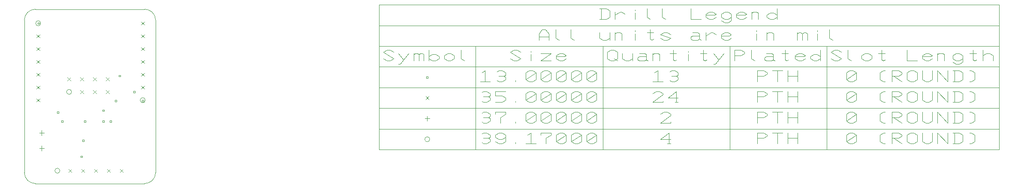
<source format=gbr>
G04 Generated by Ultiboard 13.0 *
%FSLAX25Y25*%
%MOIN*%

%ADD10C,0.00001*%
%ADD11C,0.00039*%
%ADD12C,0.00394*%
%ADD13C,0.00004*%


G04 ColorRGB 000000 for the following layer *
%LNDrill Symbols-Copper Top-Copper Bottom*%
%LPD*%
G54D11*
X13500Y36650D02*
X13500Y40350D01*
X11650Y38500D02*
X15350Y38500D01*
X11650Y26500D02*
X15350Y26500D01*
X13500Y24650D02*
X13500Y28350D01*
X44388Y7763D02*
X46863Y10237D01*
X44388Y10237D02*
X46863Y7763D01*
X54388Y10237D02*
X56863Y7763D01*
X54388Y7763D02*
X56863Y10237D01*
X64388Y7763D02*
X66863Y10237D01*
X64388Y10237D02*
X66863Y7763D01*
X23667Y9000D02*
G75*
D01*
G02X23667Y9000I1958J0*
G01*
X34388Y7763D02*
X36863Y10237D01*
X34388Y10237D02*
X36863Y7763D01*
X74388Y10237D02*
X76863Y7763D01*
X74388Y7763D02*
X76863Y10237D01*
X9513Y65237D02*
X11987Y62763D01*
X9513Y62763D02*
X11987Y65237D01*
X9513Y75237D02*
X11987Y72763D01*
X9513Y72763D02*
X11987Y75237D01*
X9513Y82763D02*
X11987Y85237D01*
X9513Y85237D02*
X11987Y82763D01*
X9513Y95237D02*
X11987Y92763D01*
X9513Y92763D02*
X11987Y95237D01*
X9513Y102763D02*
X11987Y105237D01*
X9513Y105237D02*
X11987Y102763D01*
X9513Y115237D02*
X11987Y112763D01*
X9513Y112763D02*
X11987Y115237D01*
X8792Y124000D02*
G75*
D01*
G02X8792Y124000I1958J0*
G01*
X46350Y46850D02*
X47650Y46850D01*
X47650Y48150D01*
X46350Y48150D01*
X46350Y46850D01*
X25350Y53850D02*
X26650Y53850D01*
X26650Y55150D01*
X25350Y55150D01*
X25350Y53850D01*
X91350Y62975D02*
X92650Y62975D01*
X92650Y64275D01*
X91350Y64275D01*
X91350Y62975D01*
X45208Y31850D02*
X46508Y31850D01*
X46508Y33150D01*
X45208Y33150D01*
X45208Y31850D01*
X73350Y82350D02*
X74650Y82350D01*
X74650Y83650D01*
X73350Y83650D01*
X73350Y82350D01*
X70350Y62850D02*
X71650Y62850D01*
X71650Y64150D01*
X70350Y64150D01*
X70350Y62850D01*
X28850Y46850D02*
X30150Y46850D01*
X30150Y48150D01*
X28850Y48150D01*
X28850Y46850D01*
X43850Y19350D02*
X45150Y19350D01*
X45150Y20650D01*
X43850Y20650D01*
X43850Y19350D01*
X60850Y46850D02*
X62150Y46850D01*
X62150Y48150D01*
X60850Y48150D01*
X60850Y46850D01*
X60850Y55350D02*
X62150Y55350D01*
X62150Y56650D01*
X60850Y56650D01*
X60850Y55350D01*
X66350Y46850D02*
X67650Y46850D01*
X67650Y48150D01*
X66350Y48150D01*
X66350Y46850D01*
X10350Y123350D02*
X11650Y123350D01*
X11650Y124650D01*
X10350Y124650D01*
X10350Y123350D01*
X84850Y69850D02*
X86150Y69850D01*
X86150Y71150D01*
X84850Y71150D01*
X84850Y69850D01*
X90763Y112763D02*
X93237Y115237D01*
X90763Y115237D02*
X93237Y112763D01*
X90042Y64000D02*
G75*
D01*
G02X90042Y64000I1958J0*
G01*
X90763Y72763D02*
X93237Y75237D01*
X90763Y75237D02*
X93237Y72763D01*
X90763Y105237D02*
X93237Y102763D01*
X90763Y102763D02*
X93237Y105237D01*
X90763Y92763D02*
X93237Y95237D01*
X90763Y95237D02*
X93237Y92763D01*
X90763Y82763D02*
X93237Y85237D01*
X90763Y85237D02*
X93237Y82763D01*
X90763Y125237D02*
X93237Y122763D01*
X90763Y122763D02*
X93237Y125237D01*
X32792Y70500D02*
G75*
D01*
G02X32792Y70500I1958J0*
G01*
X53513Y71737D02*
X55987Y69263D01*
X53513Y69263D02*
X55987Y71737D01*
X63513Y79263D02*
X65987Y81737D01*
X63513Y81737D02*
X65987Y79263D01*
X43513Y71737D02*
X45987Y69263D01*
X43513Y69263D02*
X45987Y71737D01*
X43513Y79263D02*
X45987Y81737D01*
X43513Y81737D02*
X45987Y79263D01*
X53513Y79263D02*
X55987Y81737D01*
X53513Y81737D02*
X55987Y79263D01*
X63513Y71737D02*
X65987Y69263D01*
X63513Y69263D02*
X65987Y71737D01*
X33513Y81737D02*
X35987Y79263D01*
X33513Y79263D02*
X35987Y81737D01*
X311209Y33547D02*
G75*
D01*
G02X311209Y33547I1958J0*
G01*
X311317Y49689D02*
X315017Y49689D01*
X313167Y47839D02*
X313167Y51539D01*
X311930Y64593D02*
X314405Y67068D01*
X311930Y67068D02*
X314405Y64593D01*
X312517Y81322D02*
X313817Y81322D01*
X313817Y82622D01*
X312517Y82622D01*
X312517Y81322D01*
G54D12*
X355556Y37765D02*
X356868Y38609D01*
X359493Y38609D01*
X362117Y36922D01*
X362117Y35235D01*
X360805Y34391D01*
X362117Y33547D01*
X362117Y31860D01*
X359493Y30173D01*
X356868Y30173D01*
X355556Y31016D01*
X356868Y34391D02*
X360805Y34391D01*
X366054Y31860D02*
X368679Y30173D01*
X371304Y30173D01*
X373929Y31860D01*
X373929Y35235D01*
X373929Y36922D01*
X371304Y38609D01*
X368679Y38609D01*
X366054Y36922D01*
X366054Y35235D01*
X368679Y33547D01*
X371304Y33547D01*
X373929Y35235D01*
X381803Y30173D02*
X381803Y31016D01*
X390989Y36922D02*
X393614Y38609D01*
X393614Y30173D01*
X389677Y30173D02*
X397551Y30173D01*
X405425Y30173D02*
X405425Y34391D01*
X409362Y36922D01*
X409362Y38609D01*
X401488Y38609D01*
X401488Y36922D01*
X413299Y36922D02*
X415923Y38609D01*
X418548Y38609D01*
X421173Y36922D01*
X421173Y31860D01*
X418548Y30173D01*
X415923Y30173D01*
X413299Y31860D01*
X413299Y36922D01*
X421173Y36922D02*
X413299Y31860D01*
X425110Y36922D02*
X427734Y38609D01*
X430359Y38609D01*
X432984Y36922D01*
X432984Y31860D01*
X430359Y30173D01*
X427734Y30173D01*
X425110Y31860D01*
X425110Y36922D01*
X432984Y36922D02*
X425110Y31860D01*
X436921Y36922D02*
X439545Y38609D01*
X442170Y38609D01*
X444795Y36922D01*
X444795Y31860D01*
X442170Y30173D01*
X439545Y30173D01*
X436921Y31860D01*
X436921Y36922D01*
X444795Y36922D02*
X436921Y31860D01*
X502275Y33547D02*
X494401Y33547D01*
X500963Y38609D01*
X500963Y30173D01*
X499650Y30173D02*
X502275Y30173D01*
X569598Y30173D02*
X569598Y38609D01*
X574847Y38609D01*
X577472Y36922D01*
X577472Y36078D01*
X574847Y34391D01*
X569598Y34391D01*
X585346Y30173D02*
X585346Y38609D01*
X581409Y38609D02*
X589283Y38609D01*
X593220Y30173D02*
X593220Y38609D01*
X601094Y30173D02*
X601094Y38609D01*
X593220Y34391D02*
X601094Y34391D01*
X638889Y36922D02*
X641514Y38609D01*
X644138Y38609D01*
X646763Y36922D01*
X646763Y31860D01*
X644138Y30173D01*
X641514Y30173D01*
X638889Y31860D01*
X638889Y36922D01*
X646763Y36922D02*
X638889Y31860D01*
X669073Y30173D02*
X667761Y30173D01*
X665136Y31860D01*
X665136Y36922D01*
X667761Y38609D01*
X669073Y38609D01*
X674322Y30173D02*
X674322Y38609D01*
X679572Y38609D01*
X682196Y36922D01*
X682196Y36078D01*
X679572Y34391D01*
X674322Y34391D01*
X675635Y34391D02*
X682196Y30173D01*
X686133Y31860D02*
X688758Y30173D01*
X691383Y30173D01*
X694007Y31860D01*
X694007Y36922D01*
X691383Y38609D01*
X688758Y38609D01*
X686133Y36922D01*
X686133Y31860D01*
X697944Y38609D02*
X697944Y31860D01*
X700569Y30173D01*
X703194Y30173D01*
X705818Y31860D01*
X705818Y38609D01*
X709755Y30173D02*
X709755Y38609D01*
X717629Y30173D01*
X717629Y38609D01*
X721566Y30173D02*
X726816Y30173D01*
X729440Y31860D01*
X729440Y36922D01*
X726816Y38609D01*
X721566Y38609D01*
X722879Y38609D02*
X722879Y30173D01*
X734690Y38609D02*
X736002Y38609D01*
X738627Y36922D01*
X738627Y31860D01*
X736002Y30173D01*
X734690Y30173D01*
X355556Y53907D02*
X356868Y54751D01*
X359493Y54751D01*
X362117Y53064D01*
X362117Y51376D01*
X360805Y50533D01*
X362117Y49689D01*
X362117Y48002D01*
X359493Y46314D01*
X356868Y46314D01*
X355556Y47158D01*
X356868Y50533D02*
X360805Y50533D01*
X369991Y46314D02*
X369991Y50533D01*
X373929Y53064D01*
X373929Y54751D01*
X366054Y54751D01*
X366054Y53064D01*
X381803Y46314D02*
X381803Y47158D01*
X389677Y53064D02*
X392301Y54751D01*
X394926Y54751D01*
X397551Y53064D01*
X397551Y48002D01*
X394926Y46314D01*
X392301Y46314D01*
X389677Y48002D01*
X389677Y53064D01*
X397551Y53064D02*
X389677Y48002D01*
X401488Y53064D02*
X404112Y54751D01*
X406737Y54751D01*
X409362Y53064D01*
X409362Y48002D01*
X406737Y46314D01*
X404112Y46314D01*
X401488Y48002D01*
X401488Y53064D01*
X409362Y53064D02*
X401488Y48002D01*
X413299Y53064D02*
X415923Y54751D01*
X418548Y54751D01*
X421173Y53064D01*
X421173Y48002D01*
X418548Y46314D01*
X415923Y46314D01*
X413299Y48002D01*
X413299Y53064D01*
X421173Y53064D02*
X413299Y48002D01*
X425110Y53064D02*
X427734Y54751D01*
X430359Y54751D01*
X432984Y53064D01*
X432984Y48002D01*
X430359Y46314D01*
X427734Y46314D01*
X425110Y48002D01*
X425110Y53064D01*
X432984Y53064D02*
X425110Y48002D01*
X436921Y53064D02*
X439545Y54751D01*
X442170Y54751D01*
X444795Y53064D01*
X444795Y48002D01*
X442170Y46314D01*
X439545Y46314D01*
X436921Y48002D01*
X436921Y53064D01*
X444795Y53064D02*
X436921Y48002D01*
X494401Y53064D02*
X497026Y54751D01*
X499650Y54751D01*
X502275Y53064D01*
X502275Y52220D01*
X494401Y46314D01*
X502275Y46314D01*
X502275Y47158D01*
X569598Y46314D02*
X569598Y54751D01*
X574847Y54751D01*
X577472Y53064D01*
X577472Y52220D01*
X574847Y50533D01*
X569598Y50533D01*
X585346Y46314D02*
X585346Y54751D01*
X581409Y54751D02*
X589283Y54751D01*
X593220Y46314D02*
X593220Y54751D01*
X601094Y46314D02*
X601094Y54751D01*
X593220Y50533D02*
X601094Y50533D01*
X638889Y53064D02*
X641514Y54751D01*
X644138Y54751D01*
X646763Y53064D01*
X646763Y48002D01*
X644138Y46314D01*
X641514Y46314D01*
X638889Y48002D01*
X638889Y53064D01*
X646763Y53064D02*
X638889Y48002D01*
X669073Y46314D02*
X667761Y46314D01*
X665136Y48002D01*
X665136Y53064D01*
X667761Y54751D01*
X669073Y54751D01*
X674322Y46314D02*
X674322Y54751D01*
X679572Y54751D01*
X682196Y53064D01*
X682196Y52220D01*
X679572Y50533D01*
X674322Y50533D01*
X675635Y50533D02*
X682196Y46314D01*
X686133Y48002D02*
X688758Y46314D01*
X691383Y46314D01*
X694007Y48002D01*
X694007Y53064D01*
X691383Y54751D01*
X688758Y54751D01*
X686133Y53064D01*
X686133Y48002D01*
X697944Y54751D02*
X697944Y48002D01*
X700569Y46314D01*
X703194Y46314D01*
X705818Y48002D01*
X705818Y54751D01*
X709755Y46314D02*
X709755Y54751D01*
X717629Y46314D01*
X717629Y54751D01*
X721566Y46314D02*
X726816Y46314D01*
X729440Y48002D01*
X729440Y53064D01*
X726816Y54751D01*
X721566Y54751D01*
X722879Y54751D02*
X722879Y46314D01*
X734690Y54751D02*
X736002Y54751D01*
X738627Y53064D01*
X738627Y48002D01*
X736002Y46314D01*
X734690Y46314D01*
X355556Y70049D02*
X356868Y70893D01*
X359493Y70893D01*
X362117Y69205D01*
X362117Y67518D01*
X360805Y66674D01*
X362117Y65831D01*
X362117Y64143D01*
X359493Y62456D01*
X356868Y62456D01*
X355556Y63300D01*
X356868Y66674D02*
X360805Y66674D01*
X373929Y70893D02*
X366054Y70893D01*
X366054Y67518D01*
X371304Y67518D01*
X373929Y65831D01*
X373929Y64143D01*
X371304Y62456D01*
X366054Y62456D01*
X381803Y62456D02*
X381803Y63300D01*
X389677Y69205D02*
X392301Y70893D01*
X394926Y70893D01*
X397551Y69205D01*
X397551Y64143D01*
X394926Y62456D01*
X392301Y62456D01*
X389677Y64143D01*
X389677Y69205D01*
X397551Y69205D02*
X389677Y64143D01*
X401488Y69205D02*
X404112Y70893D01*
X406737Y70893D01*
X409362Y69205D01*
X409362Y64143D01*
X406737Y62456D01*
X404112Y62456D01*
X401488Y64143D01*
X401488Y69205D01*
X409362Y69205D02*
X401488Y64143D01*
X413299Y69205D02*
X415923Y70893D01*
X418548Y70893D01*
X421173Y69205D01*
X421173Y64143D01*
X418548Y62456D01*
X415923Y62456D01*
X413299Y64143D01*
X413299Y69205D01*
X421173Y69205D02*
X413299Y64143D01*
X425110Y69205D02*
X427734Y70893D01*
X430359Y70893D01*
X432984Y69205D01*
X432984Y64143D01*
X430359Y62456D01*
X427734Y62456D01*
X425110Y64143D01*
X425110Y69205D01*
X432984Y69205D02*
X425110Y64143D01*
X436921Y69205D02*
X439545Y70893D01*
X442170Y70893D01*
X444795Y69205D01*
X444795Y64143D01*
X442170Y62456D01*
X439545Y62456D01*
X436921Y64143D01*
X436921Y69205D01*
X444795Y69205D02*
X436921Y64143D01*
X488495Y69205D02*
X491120Y70893D01*
X493745Y70893D01*
X496369Y69205D01*
X496369Y68362D01*
X488495Y62456D01*
X496369Y62456D01*
X496369Y63300D01*
X508180Y65831D02*
X500306Y65831D01*
X506868Y70893D01*
X506868Y62456D01*
X505556Y62456D02*
X508180Y62456D01*
X569598Y62456D02*
X569598Y70893D01*
X574847Y70893D01*
X577472Y69205D01*
X577472Y68362D01*
X574847Y66674D01*
X569598Y66674D01*
X585346Y62456D02*
X585346Y70893D01*
X581409Y70893D02*
X589283Y70893D01*
X593220Y62456D02*
X593220Y70893D01*
X601094Y62456D02*
X601094Y70893D01*
X593220Y66674D02*
X601094Y66674D01*
X638889Y69205D02*
X641514Y70893D01*
X644138Y70893D01*
X646763Y69205D01*
X646763Y64143D01*
X644138Y62456D01*
X641514Y62456D01*
X638889Y64143D01*
X638889Y69205D01*
X646763Y69205D02*
X638889Y64143D01*
X669073Y62456D02*
X667761Y62456D01*
X665136Y64143D01*
X665136Y69205D01*
X667761Y70893D01*
X669073Y70893D01*
X674322Y62456D02*
X674322Y70893D01*
X679572Y70893D01*
X682196Y69205D01*
X682196Y68362D01*
X679572Y66674D01*
X674322Y66674D01*
X675635Y66674D02*
X682196Y62456D01*
X686133Y64143D02*
X688758Y62456D01*
X691383Y62456D01*
X694007Y64143D01*
X694007Y69205D01*
X691383Y70893D01*
X688758Y70893D01*
X686133Y69205D01*
X686133Y64143D01*
X697944Y70893D02*
X697944Y64143D01*
X700569Y62456D01*
X703194Y62456D01*
X705818Y64143D01*
X705818Y70893D01*
X709755Y62456D02*
X709755Y70893D01*
X717629Y62456D01*
X717629Y70893D01*
X721566Y62456D02*
X726816Y62456D01*
X729440Y64143D01*
X729440Y69205D01*
X726816Y70893D01*
X721566Y70893D01*
X722879Y70893D02*
X722879Y62456D01*
X734690Y70893D02*
X736002Y70893D01*
X738627Y69205D01*
X738627Y64143D01*
X736002Y62456D01*
X734690Y62456D01*
X355556Y85347D02*
X358180Y87034D01*
X358180Y78598D01*
X354243Y78598D02*
X362117Y78598D01*
X367367Y86191D02*
X368679Y87034D01*
X371304Y87034D01*
X373929Y85347D01*
X373929Y83660D01*
X372616Y82816D01*
X373929Y81972D01*
X373929Y80285D01*
X371304Y78598D01*
X368679Y78598D01*
X367367Y79442D01*
X368679Y82816D02*
X372616Y82816D01*
X381803Y78598D02*
X381803Y79442D01*
X389677Y85347D02*
X392301Y87034D01*
X394926Y87034D01*
X397551Y85347D01*
X397551Y80285D01*
X394926Y78598D01*
X392301Y78598D01*
X389677Y80285D01*
X389677Y85347D01*
X397551Y85347D02*
X389677Y80285D01*
X401488Y85347D02*
X404112Y87034D01*
X406737Y87034D01*
X409362Y85347D01*
X409362Y80285D01*
X406737Y78598D01*
X404112Y78598D01*
X401488Y80285D01*
X401488Y85347D01*
X409362Y85347D02*
X401488Y80285D01*
X413299Y85347D02*
X415923Y87034D01*
X418548Y87034D01*
X421173Y85347D01*
X421173Y80285D01*
X418548Y78598D01*
X415923Y78598D01*
X413299Y80285D01*
X413299Y85347D01*
X421173Y85347D02*
X413299Y80285D01*
X425110Y85347D02*
X427734Y87034D01*
X430359Y87034D01*
X432984Y85347D01*
X432984Y80285D01*
X430359Y78598D01*
X427734Y78598D01*
X425110Y80285D01*
X425110Y85347D01*
X432984Y85347D02*
X425110Y80285D01*
X436921Y85347D02*
X439545Y87034D01*
X442170Y87034D01*
X444795Y85347D01*
X444795Y80285D01*
X442170Y78598D01*
X439545Y78598D01*
X436921Y80285D01*
X436921Y85347D01*
X444795Y85347D02*
X436921Y80285D01*
X489808Y85347D02*
X492432Y87034D01*
X492432Y78598D01*
X488495Y78598D02*
X496369Y78598D01*
X501619Y86191D02*
X502931Y87034D01*
X505556Y87034D01*
X508180Y85347D01*
X508180Y83660D01*
X506868Y82816D01*
X508180Y81972D01*
X508180Y80285D01*
X505556Y78598D01*
X502931Y78598D01*
X501619Y79442D01*
X502931Y82816D02*
X506868Y82816D01*
X569598Y78598D02*
X569598Y87034D01*
X574847Y87034D01*
X577472Y85347D01*
X577472Y84503D01*
X574847Y82816D01*
X569598Y82816D01*
X585346Y78598D02*
X585346Y87034D01*
X581409Y87034D02*
X589283Y87034D01*
X593220Y78598D02*
X593220Y87034D01*
X601094Y78598D02*
X601094Y87034D01*
X593220Y82816D02*
X601094Y82816D01*
X638889Y85347D02*
X641514Y87034D01*
X644138Y87034D01*
X646763Y85347D01*
X646763Y80285D01*
X644138Y78598D01*
X641514Y78598D01*
X638889Y80285D01*
X638889Y85347D01*
X646763Y85347D02*
X638889Y80285D01*
X669073Y78598D02*
X667761Y78598D01*
X665136Y80285D01*
X665136Y85347D01*
X667761Y87034D01*
X669073Y87034D01*
X674322Y78598D02*
X674322Y87034D01*
X679572Y87034D01*
X682196Y85347D01*
X682196Y84503D01*
X679572Y82816D01*
X674322Y82816D01*
X675635Y82816D02*
X682196Y78598D01*
X686133Y80285D02*
X688758Y78598D01*
X691383Y78598D01*
X694007Y80285D01*
X694007Y85347D01*
X691383Y87034D01*
X688758Y87034D01*
X686133Y85347D01*
X686133Y80285D01*
X697944Y87034D02*
X697944Y80285D01*
X700569Y78598D01*
X703194Y78598D01*
X705818Y80285D01*
X705818Y87034D01*
X709755Y78598D02*
X709755Y87034D01*
X717629Y78598D01*
X717629Y87034D01*
X721566Y78598D02*
X726816Y78598D01*
X729440Y80285D01*
X729440Y85347D01*
X726816Y87034D01*
X721566Y87034D01*
X722879Y87034D02*
X722879Y78598D01*
X734690Y87034D02*
X736002Y87034D01*
X738627Y85347D01*
X738627Y80285D01*
X736002Y78598D01*
X734690Y78598D01*
G04 ColorRGB 00FFFF for the following layer *
%LNBoard Outline*%
%LPD*%
G54D10*
G54D13*
X0Y126485D02*
X0Y7515D01*
G75*
D01*
G03X8515Y-1000I8515J0*
G01*
X93485Y-1000D01*
G75*
D01*
G03X102000Y7515I0J8515*
G01*
X102000Y126485D01*
G74*
D01*
G03X93485Y135000I8515J0*
G01*
X8515Y135000D01*
G75*
D01*
G03X0Y126485I0J-8515*
G01*
G04 ColorRGB 66FFCC for the following layer *
%LNLegend Description*%
%LPD*%
G54D12*
X275569Y25476D02*
X757852Y25476D01*
X757852Y138469D01*
X275569Y138469D01*
X275569Y25476D01*
X350766Y106185D02*
X350766Y25476D01*
X449585Y106185D02*
X449585Y25476D01*
X548404Y106185D02*
X548404Y25476D01*
X623600Y106185D02*
X623600Y25476D01*
X757852Y106185D02*
X757852Y25476D01*
X275569Y41618D02*
X757852Y41618D01*
X275569Y57760D02*
X757852Y57760D01*
X275569Y73902D02*
X757852Y73902D01*
X275569Y90043D02*
X757852Y90043D01*
X279047Y96427D02*
X281671Y94740D01*
X284296Y94740D01*
X286921Y96427D01*
X279047Y101489D01*
X281671Y103176D01*
X284296Y103176D01*
X286921Y101489D01*
X290858Y92209D02*
X292170Y92209D01*
X298732Y100645D01*
X290858Y100645D02*
X294795Y95583D01*
X302669Y94740D02*
X302669Y99801D01*
X302669Y100645D01*
X302669Y99801D02*
X303981Y100645D01*
X305293Y100645D01*
X306606Y99801D01*
X307918Y100645D01*
X309230Y100645D01*
X310543Y99801D01*
X310543Y94740D01*
X306606Y99801D02*
X306606Y94740D01*
X314480Y96427D02*
X317104Y94740D01*
X319729Y94740D01*
X322354Y96427D01*
X322354Y98114D01*
X319729Y99801D01*
X317104Y99801D01*
X314480Y98114D01*
X314480Y103176D02*
X314480Y94740D01*
X326291Y96427D02*
X328915Y94740D01*
X331540Y94740D01*
X334165Y96427D01*
X334165Y98958D01*
X331540Y100645D01*
X328915Y100645D01*
X326291Y98958D01*
X326291Y96427D01*
X339414Y103176D02*
X339414Y96427D01*
X342039Y94740D01*
X377866Y96427D02*
X380490Y94740D01*
X383115Y94740D01*
X385740Y96427D01*
X377866Y101489D01*
X380490Y103176D01*
X383115Y103176D01*
X385740Y101489D01*
X393614Y94740D02*
X393614Y99801D01*
X393614Y101489D02*
X393614Y102332D01*
X401488Y100645D02*
X409362Y100645D01*
X401488Y94740D01*
X409362Y94740D01*
X421173Y96427D02*
X418548Y94740D01*
X415923Y94740D01*
X413299Y96427D01*
X413299Y98958D01*
X415923Y100645D01*
X418548Y100645D01*
X421173Y98958D01*
X419860Y98114D01*
X413299Y98114D01*
X453062Y96427D02*
X455687Y94740D01*
X458312Y94740D01*
X460936Y96427D01*
X460936Y101489D01*
X458312Y103176D01*
X455687Y103176D01*
X453062Y101489D01*
X453062Y96427D01*
X458312Y96427D02*
X460936Y94740D01*
X464873Y100645D02*
X464873Y96427D01*
X467498Y94740D01*
X470123Y94740D01*
X472747Y96427D01*
X472747Y100645D01*
X472747Y96427D02*
X472747Y94740D01*
X477997Y100645D02*
X481934Y100645D01*
X483246Y99801D01*
X483246Y95583D01*
X481934Y94740D01*
X477997Y94740D01*
X476684Y95583D01*
X476684Y97271D01*
X477997Y98114D01*
X483246Y98114D01*
X483246Y95583D02*
X484558Y94740D01*
X488495Y94740D02*
X488495Y99801D01*
X488495Y100645D01*
X488495Y99801D02*
X489808Y100645D01*
X492432Y100645D01*
X493745Y99801D01*
X493745Y94740D01*
X506868Y95583D02*
X505556Y94740D01*
X504243Y95583D01*
X504243Y103176D01*
X501619Y100645D02*
X506868Y100645D01*
X516054Y94740D02*
X516054Y99801D01*
X516054Y101489D02*
X516054Y102332D01*
X530490Y95583D02*
X529178Y94740D01*
X527866Y95583D01*
X527866Y103176D01*
X525241Y100645D02*
X530490Y100645D01*
X535740Y92209D02*
X537052Y92209D01*
X543614Y100645D01*
X535740Y100645D02*
X539677Y95583D01*
X551881Y94740D02*
X551881Y103176D01*
X557131Y103176D01*
X559755Y101489D01*
X559755Y100645D01*
X557131Y98958D01*
X551881Y98958D01*
X565005Y103176D02*
X565005Y96427D01*
X567629Y94740D01*
X576816Y100645D02*
X580753Y100645D01*
X582065Y99801D01*
X582065Y95583D01*
X580753Y94740D01*
X576816Y94740D01*
X575503Y95583D01*
X575503Y97271D01*
X576816Y98114D01*
X582065Y98114D01*
X582065Y95583D02*
X583377Y94740D01*
X593876Y95583D02*
X592564Y94740D01*
X591251Y95583D01*
X591251Y103176D01*
X588627Y100645D02*
X593876Y100645D01*
X606999Y96427D02*
X604375Y94740D01*
X601750Y94740D01*
X599125Y96427D01*
X599125Y98958D01*
X601750Y100645D01*
X604375Y100645D01*
X606999Y98958D01*
X605687Y98114D01*
X599125Y98114D01*
X618810Y96427D02*
X616186Y94740D01*
X613561Y94740D01*
X610936Y96427D01*
X610936Y98114D01*
X613561Y99801D01*
X616186Y99801D01*
X618810Y98114D01*
X618810Y103176D02*
X618810Y94740D01*
X627078Y96427D02*
X629703Y94740D01*
X632327Y94740D01*
X634952Y96427D01*
X627078Y101489D01*
X629703Y103176D01*
X632327Y103176D01*
X634952Y101489D01*
X640201Y103176D02*
X640201Y96427D01*
X642826Y94740D01*
X650700Y96427D02*
X653325Y94740D01*
X655950Y94740D01*
X658574Y96427D01*
X658574Y98958D01*
X655950Y100645D01*
X653325Y100645D01*
X650700Y98958D01*
X650700Y96427D01*
X669073Y95583D02*
X667761Y94740D01*
X666448Y95583D01*
X666448Y103176D01*
X663824Y100645D02*
X669073Y100645D01*
X686133Y103176D02*
X686133Y94740D01*
X694007Y94740D01*
X705818Y96427D02*
X703194Y94740D01*
X700569Y94740D01*
X697944Y96427D01*
X697944Y98958D01*
X700569Y100645D01*
X703194Y100645D01*
X705818Y98958D01*
X704506Y98114D01*
X697944Y98114D01*
X709755Y94740D02*
X709755Y99801D01*
X709755Y100645D01*
X709755Y99801D02*
X711068Y100645D01*
X713692Y100645D01*
X715005Y99801D01*
X715005Y94740D01*
X721566Y93896D02*
X724191Y92209D01*
X726816Y92209D01*
X729440Y93896D01*
X729440Y96427D01*
X729440Y98958D01*
X726816Y100645D01*
X724191Y100645D01*
X721566Y98958D01*
X721566Y96427D01*
X724191Y94740D01*
X726816Y94740D01*
X729440Y96427D01*
X739939Y95583D02*
X738627Y94740D01*
X737314Y95583D01*
X737314Y103176D01*
X734690Y100645D02*
X739939Y100645D01*
X745188Y98958D02*
X747813Y100645D01*
X750438Y100645D01*
X753062Y98958D01*
X753062Y94740D01*
X745188Y103176D02*
X745188Y94740D01*
X275569Y106185D02*
X757852Y106185D01*
X399913Y110881D02*
X399913Y115943D01*
X402537Y119318D01*
X405162Y119318D01*
X407787Y115943D01*
X407787Y110881D01*
X399913Y113412D02*
X407787Y113412D01*
X413036Y119318D02*
X413036Y112569D01*
X415661Y110881D01*
X424847Y119318D02*
X424847Y112569D01*
X427472Y110881D01*
X447157Y116787D02*
X447157Y112569D01*
X449782Y110881D01*
X452406Y110881D01*
X455031Y112569D01*
X455031Y116787D01*
X455031Y112569D02*
X455031Y110881D01*
X458968Y110881D02*
X458968Y115943D01*
X458968Y116787D01*
X458968Y115943D02*
X460280Y116787D01*
X462905Y116787D01*
X464217Y115943D01*
X464217Y110881D01*
X474716Y110881D02*
X474716Y115943D01*
X474716Y117630D02*
X474716Y118474D01*
X489152Y111725D02*
X487839Y110881D01*
X486527Y111725D01*
X486527Y119318D01*
X483902Y116787D02*
X489152Y116787D01*
X494401Y112569D02*
X497026Y110881D01*
X499650Y110881D01*
X502275Y112569D01*
X494401Y115100D01*
X497026Y116787D01*
X499650Y116787D01*
X502275Y115100D01*
X519335Y116787D02*
X523272Y116787D01*
X524585Y115943D01*
X524585Y111725D01*
X523272Y110881D01*
X519335Y110881D01*
X518023Y111725D01*
X518023Y113412D01*
X519335Y114256D01*
X524585Y114256D01*
X524585Y111725D02*
X525897Y110881D01*
X529834Y114256D02*
X533771Y116787D01*
X535083Y116787D01*
X537708Y115100D01*
X529834Y110881D02*
X529834Y116787D01*
X549519Y112569D02*
X546894Y110881D01*
X544270Y110881D01*
X541645Y112569D01*
X541645Y115100D01*
X544270Y116787D01*
X546894Y116787D01*
X549519Y115100D01*
X548207Y114256D01*
X541645Y114256D01*
X569204Y110881D02*
X569204Y115943D01*
X569204Y117630D02*
X569204Y118474D01*
X577078Y110881D02*
X577078Y115943D01*
X577078Y116787D01*
X577078Y115943D02*
X578390Y116787D01*
X581015Y116787D01*
X582327Y115943D01*
X582327Y110881D01*
X600700Y110881D02*
X600700Y115943D01*
X600700Y116787D01*
X600700Y115943D02*
X602012Y116787D01*
X603325Y116787D01*
X604637Y115943D01*
X605950Y116787D01*
X607262Y116787D01*
X608574Y115943D01*
X608574Y110881D01*
X604637Y115943D02*
X604637Y110881D01*
X616448Y110881D02*
X616448Y115943D01*
X616448Y117630D02*
X616448Y118474D01*
X625635Y119318D02*
X625635Y112569D01*
X628259Y110881D01*
X275569Y122327D02*
X757852Y122327D01*
X447157Y127023D02*
X452406Y127023D01*
X455031Y128710D01*
X455031Y133772D01*
X452406Y135460D01*
X447157Y135460D01*
X448469Y135460D02*
X448469Y127023D01*
X458968Y130398D02*
X462905Y132929D01*
X464217Y132929D01*
X466842Y131241D01*
X458968Y127023D02*
X458968Y132929D01*
X474716Y127023D02*
X474716Y132085D01*
X474716Y133772D02*
X474716Y134616D01*
X483902Y135460D02*
X483902Y128710D01*
X486527Y127023D01*
X495713Y135460D02*
X495713Y128710D01*
X498338Y127023D01*
X518023Y135460D02*
X518023Y127023D01*
X525897Y127023D01*
X537708Y128710D02*
X535083Y127023D01*
X532459Y127023D01*
X529834Y128710D01*
X529834Y131241D01*
X532459Y132929D01*
X535083Y132929D01*
X537708Y131241D01*
X536396Y130398D01*
X529834Y130398D01*
X541645Y126179D02*
X544270Y124492D01*
X546894Y124492D01*
X549519Y126179D01*
X549519Y128710D01*
X549519Y131241D01*
X546894Y132929D01*
X544270Y132929D01*
X541645Y131241D01*
X541645Y128710D01*
X544270Y127023D01*
X546894Y127023D01*
X549519Y128710D01*
X561330Y128710D02*
X558705Y127023D01*
X556081Y127023D01*
X553456Y128710D01*
X553456Y131241D01*
X556081Y132929D01*
X558705Y132929D01*
X561330Y131241D01*
X560018Y130398D01*
X553456Y130398D01*
X565267Y127023D02*
X565267Y132085D01*
X565267Y132929D01*
X565267Y132085D02*
X566579Y132929D01*
X569204Y132929D01*
X570516Y132085D01*
X570516Y127023D01*
X584952Y128710D02*
X582327Y127023D01*
X579703Y127023D01*
X577078Y128710D01*
X577078Y130398D01*
X579703Y132085D01*
X582327Y132085D01*
X584952Y130398D01*
X584952Y135460D02*
X584952Y127023D01*

M02*

</source>
